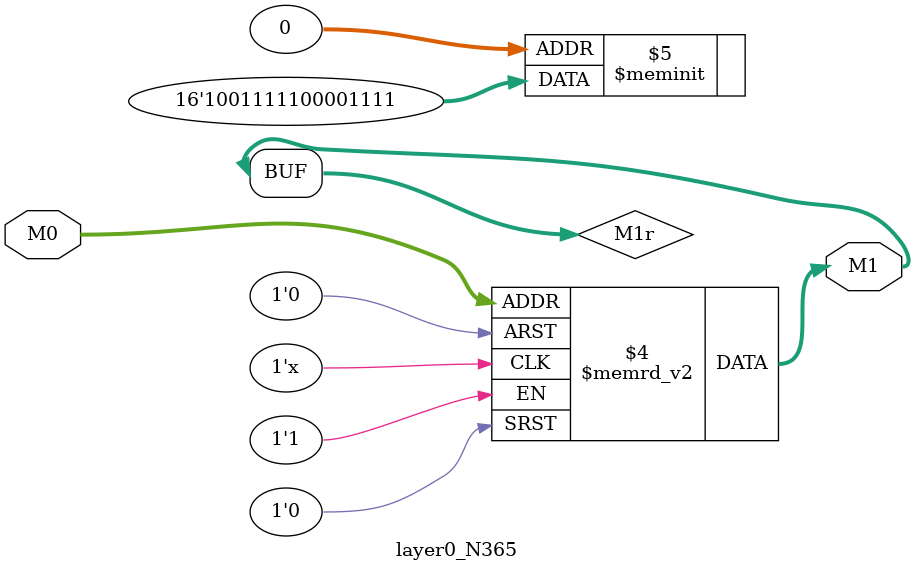
<source format=v>
module layer0_N365 ( input [2:0] M0, output [1:0] M1 );

	(*rom_style = "distributed" *) reg [1:0] M1r;
	assign M1 = M1r;
	always @ (M0) begin
		case (M0)
			3'b000: M1r = 2'b11;
			3'b100: M1r = 2'b11;
			3'b010: M1r = 2'b00;
			3'b110: M1r = 2'b01;
			3'b001: M1r = 2'b11;
			3'b101: M1r = 2'b11;
			3'b011: M1r = 2'b00;
			3'b111: M1r = 2'b10;

		endcase
	end
endmodule

</source>
